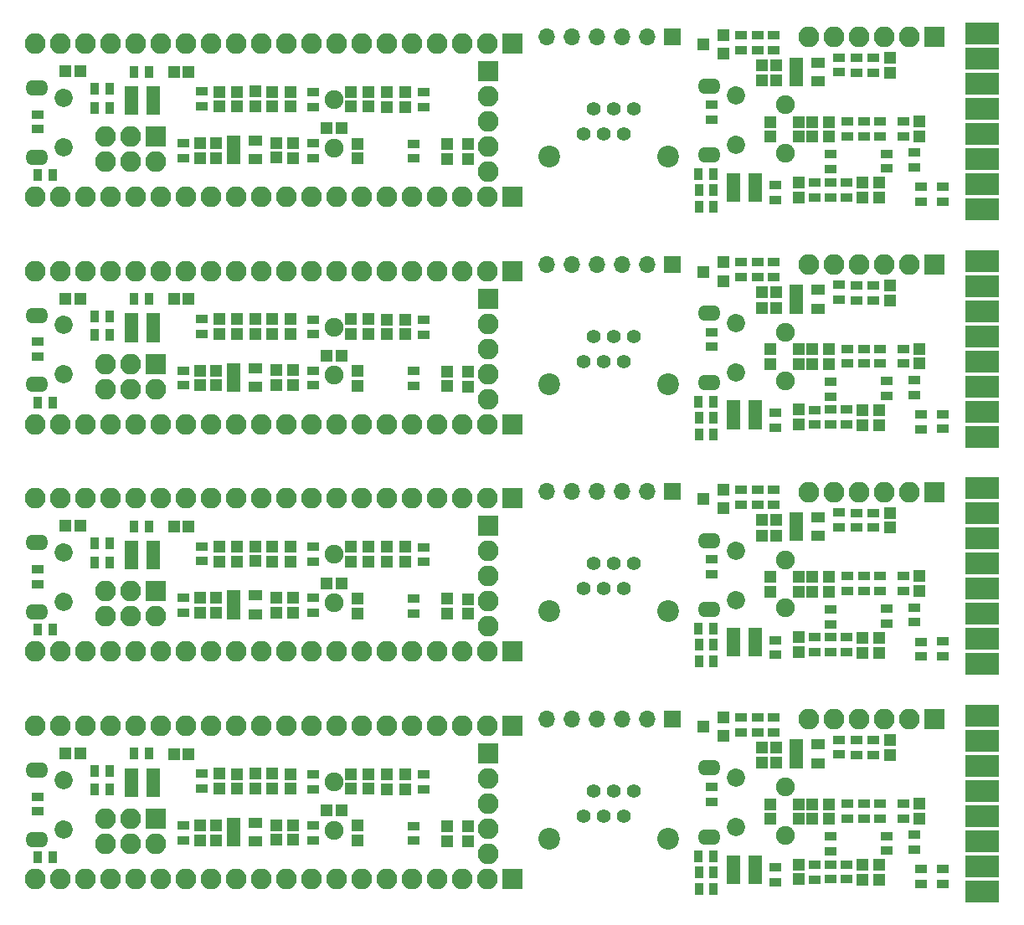
<source format=gbs>
%MOIN*%
%OFA0B0*%
%FSLAX46Y46*%
%IPPOS*%
%LPD*%
%ADD10C,0.0039370078740157488*%
%ADD11R,0.051181102362204731X0.035433070866141732*%
%ADD12C,0.072834645669291348*%
%ADD13O,0.0905511811023622X0.062992125984251982*%
%ADD14R,0.082677165354330714X0.082677165354330714*%
%ADD15O,0.082677165354330714X0.082677165354330714*%
%ADD16R,0.0452755905511811X0.047244094488188976*%
%ADD17R,0.05748031496062992X0.041338582677165357*%
%ADD18R,0.035433070866141732X0.051181102362204731*%
%ADD19R,0.051181102362204731X0.047244094488188976*%
%ADD20R,0.047244094488188976X0.0452755905511811*%
%ADD21C,0.074803149606299218*%
%ADD32C,0.0039370078740157488*%
%ADD33R,0.051181102362204731X0.035433070866141732*%
%ADD34C,0.072834645669291348*%
%ADD35O,0.0905511811023622X0.062992125984251982*%
%ADD36R,0.082677165354330714X0.082677165354330714*%
%ADD37O,0.082677165354330714X0.082677165354330714*%
%ADD38R,0.0452755905511811X0.047244094488188976*%
%ADD39R,0.05748031496062992X0.041338582677165357*%
%ADD40R,0.035433070866141732X0.051181102362204731*%
%ADD41R,0.051181102362204731X0.047244094488188976*%
%ADD42R,0.047244094488188976X0.0452755905511811*%
%ADD43C,0.074803149606299218*%
%ADD44C,0.0039370078740157488*%
%ADD45R,0.051181102362204731X0.035433070866141732*%
%ADD46C,0.072834645669291348*%
%ADD47O,0.0905511811023622X0.062992125984251982*%
%ADD48R,0.082677165354330714X0.082677165354330714*%
%ADD49O,0.082677165354330714X0.082677165354330714*%
%ADD50R,0.0452755905511811X0.047244094488188976*%
%ADD51R,0.05748031496062992X0.041338582677165357*%
%ADD52R,0.035433070866141732X0.051181102362204731*%
%ADD53R,0.051181102362204731X0.047244094488188976*%
%ADD54R,0.047244094488188976X0.0452755905511811*%
%ADD55C,0.074803149606299218*%
%ADD56C,0.0039370078740157488*%
%ADD57R,0.082677165354330714X0.082677165354330714*%
%ADD58O,0.082677165354330714X0.082677165354330714*%
%ADD59R,0.0452755905511811X0.047244094488188976*%
%ADD60C,0.072834645669291348*%
%ADD61O,0.0905511811023622X0.062992125984251982*%
%ADD62R,0.051181102362204731X0.035433070866141732*%
%ADD63R,0.035433070866141732X0.051181102362204731*%
%ADD64R,0.05748031496062992X0.041338582677165357*%
%ADD65C,0.074803149606299218*%
%ADD66R,0.047244094488188976X0.0452755905511811*%
%ADD67C,0.0039370078740157488*%
%ADD68R,0.082677165354330714X0.082677165354330714*%
%ADD69O,0.082677165354330714X0.082677165354330714*%
%ADD70R,0.0452755905511811X0.047244094488188976*%
%ADD71C,0.072834645669291348*%
%ADD72O,0.0905511811023622X0.062992125984251982*%
%ADD73R,0.051181102362204731X0.035433070866141732*%
%ADD74R,0.035433070866141732X0.051181102362204731*%
%ADD75R,0.05748031496062992X0.041338582677165357*%
%ADD76C,0.074803149606299218*%
%ADD77R,0.047244094488188976X0.0452755905511811*%
%ADD78C,0.0039370078740157488*%
%ADD79R,0.082677165354330714X0.082677165354330714*%
%ADD80O,0.082677165354330714X0.082677165354330714*%
%ADD81R,0.0452755905511811X0.047244094488188976*%
%ADD82C,0.072834645669291348*%
%ADD83O,0.0905511811023622X0.062992125984251982*%
%ADD84R,0.051181102362204731X0.035433070866141732*%
%ADD85R,0.035433070866141732X0.051181102362204731*%
%ADD86R,0.05748031496062992X0.041338582677165357*%
%ADD87C,0.074803149606299218*%
%ADD88R,0.047244094488188976X0.0452755905511811*%
%ADD89C,0.0039370078740157488*%
%ADD90R,0.082677165354330714X0.082677165354330714*%
%ADD91O,0.082677165354330714X0.082677165354330714*%
%ADD92R,0.0452755905511811X0.047244094488188976*%
%ADD93C,0.072834645669291348*%
%ADD94O,0.0905511811023622X0.062992125984251982*%
%ADD95R,0.051181102362204731X0.035433070866141732*%
%ADD96R,0.035433070866141732X0.051181102362204731*%
%ADD97R,0.05748031496062992X0.041338582677165357*%
%ADD98C,0.074803149606299218*%
%ADD99R,0.047244094488188976X0.0452755905511811*%
%ADD100C,0.0039370078740157488*%
%ADD101R,0.051181102362204731X0.035433070866141732*%
%ADD102C,0.072834645669291348*%
%ADD103O,0.0905511811023622X0.062992125984251982*%
%ADD104R,0.082677165354330714X0.082677165354330714*%
%ADD105O,0.082677165354330714X0.082677165354330714*%
%ADD106R,0.0452755905511811X0.047244094488188976*%
%ADD107R,0.05748031496062992X0.041338582677165357*%
%ADD108R,0.035433070866141732X0.051181102362204731*%
%ADD109R,0.051181102362204731X0.047244094488188976*%
%ADD110R,0.047244094488188976X0.0452755905511811*%
%ADD111C,0.074803149606299218*%
%ADD112C,0.0039370078740157488*%
%ADD113C,0.086614173228346469*%
%ADD114C,0.055118110236220472*%
%ADD115R,0.066929133858267723X0.066929133858267723*%
%ADD116O,0.066929133858267723X0.066929133858267723*%
%ADD117C,0.0039370078740157488*%
%ADD118C,0.086614173228346469*%
%ADD119C,0.055118110236220472*%
%ADD120R,0.066929133858267723X0.066929133858267723*%
%ADD121O,0.066929133858267723X0.066929133858267723*%
%ADD122C,0.0039370078740157488*%
%ADD123C,0.086614173228346469*%
%ADD124C,0.055118110236220472*%
%ADD125R,0.066929133858267723X0.066929133858267723*%
%ADD126O,0.066929133858267723X0.066929133858267723*%
%ADD127C,0.0039370078740157488*%
%ADD128C,0.086614173228346469*%
%ADD129C,0.055118110236220472*%
%ADD130R,0.066929133858267723X0.066929133858267723*%
%ADD131O,0.066929133858267723X0.066929133858267723*%
G01G01*
D10*
D11*
X0002677165Y0001811023D02*
X0003242716Y0001224803D03*
X0003242716Y0001165748D03*
X0003574803Y0001172834D03*
X0003574803Y0001231889D03*
X0003465354Y0001227559D03*
X0003465354Y0001168503D03*
D12*
X0002866937Y0001458661D03*
X0002866937Y0001261810D03*
D13*
X0002760637Y0001498031D03*
X0002760637Y0001222440D03*
D10*
G36*
X0003913385Y0001749212D02*
X0003913385Y0001662598D01*
X0003779527Y0001662598D01*
X0003779527Y0001749212D01*
X0003913385Y0001749212D01*
X0003913385Y0001749212D01*
G37*
G36*
X0003913385Y0001649212D02*
X0003913385Y0001562598D01*
X0003779527Y0001562598D01*
X0003779527Y0001649212D01*
X0003913385Y0001649212D01*
X0003913385Y0001649212D01*
G37*
G36*
X0003913385Y0001549212D02*
X0003913385Y0001462598D01*
X0003779527Y0001462598D01*
X0003779527Y0001549212D01*
X0003913385Y0001549212D01*
X0003913385Y0001549212D01*
G37*
G36*
X0003913385Y0001449212D02*
X0003913385Y0001362598D01*
X0003779527Y0001362598D01*
X0003779527Y0001449212D01*
X0003913385Y0001449212D01*
X0003913385Y0001449212D01*
G37*
G36*
X0003913385Y0001349212D02*
X0003913385Y0001262598D01*
X0003779527Y0001262598D01*
X0003779527Y0001349212D01*
X0003913385Y0001349212D01*
X0003913385Y0001349212D01*
G37*
G36*
X0003913385Y0001249212D02*
X0003913385Y0001162598D01*
X0003779527Y0001162598D01*
X0003779527Y0001249212D01*
X0003913385Y0001249212D01*
X0003913385Y0001249212D01*
G37*
G36*
X0003913385Y0001149212D02*
X0003913385Y0001062598D01*
X0003779527Y0001062598D01*
X0003779527Y0001149212D01*
X0003913385Y0001149212D01*
X0003913385Y0001149212D01*
G37*
G36*
X0003913385Y0001049212D02*
X0003913385Y0000962598D01*
X0003779527Y0000962598D01*
X0003779527Y0001049212D01*
X0003913385Y0001049212D01*
X0003913385Y0001049212D01*
G37*
D14*
X0003654937Y0001691826D03*
D15*
X0003554937Y0001691826D03*
X0003454937Y0001691826D03*
X0003354937Y0001691826D03*
X0003254937Y0001691826D03*
X0003154937Y0001691826D03*
D11*
X0003345275Y0001549212D03*
X0003345275Y0001608267D03*
X0003307937Y0001297637D03*
X0003307937Y0001356692D03*
D16*
X0003370866Y0001111417D03*
X0003370866Y0001052362D03*
X0003596937Y0001297637D03*
X0003596937Y0001356692D03*
X0003480314Y0001549212D03*
X0003480314Y0001608267D03*
X0003235937Y0001295299D03*
X0003235937Y0001354354D03*
D11*
X0003022440Y0001043307D03*
X0003022440Y0001102362D03*
X0003688224Y0001096608D03*
X0003688224Y0001037553D03*
X0003603291Y0001036338D03*
X0003603291Y0001095393D03*
D17*
X0002857086Y0001056299D03*
X0002857086Y0001093700D03*
X0002857086Y0001131102D03*
X0002943700Y0001131102D03*
X0002943700Y0001056299D03*
X0002943700Y0001093700D03*
D11*
X0003412992Y0001608267D03*
X0003412992Y0001549212D03*
X0003375937Y0001356692D03*
X0003375937Y0001297637D03*
X0003440937Y0001297637D03*
X0003440937Y0001356692D03*
X0003532677Y0001356692D03*
X0003532677Y0001297637D03*
X0003017173Y0001700259D03*
X0003017173Y0001641204D03*
X0003274409Y0001611023D03*
X0003274409Y0001551968D03*
X0002885173Y0001641204D03*
X0002885173Y0001700259D03*
X0002951173Y0001700259D03*
X0002951173Y0001641204D03*
X0002767937Y0001422881D03*
X0002767937Y0001363826D03*
D18*
X0002718133Y0001082708D03*
X0002777188Y0001082708D03*
X0002776244Y0001146708D03*
X0002717188Y0001146708D03*
X0002718133Y0001016708D03*
X0002777188Y0001016708D03*
D11*
X0003242716Y0001113763D03*
X0003242716Y0001054708D03*
X0003305716Y0001113763D03*
X0003305716Y0001054708D03*
X0003180716Y0001112763D03*
X0003180716Y0001053708D03*
D19*
X0002814960Y0001700787D03*
X0002814960Y0001625984D03*
X0002736220Y0001663385D03*
D16*
X0003168897Y0001294881D03*
X0003168897Y0001353937D03*
D20*
X0003027267Y0001581196D03*
X0002968212Y0001581196D03*
D16*
X0003114566Y0001354330D03*
X0003114566Y0001295275D03*
X0003001968Y0001294881D03*
X0003001968Y0001353937D03*
X0003114716Y0001054708D03*
X0003114716Y0001113763D03*
X0003434645Y0001111417D03*
X0003434645Y0001052362D03*
D21*
X0003062937Y0001229826D03*
X0003062937Y0001421952D03*
D20*
X0003027267Y0001518196D03*
X0002968212Y0001518196D03*
D17*
X0003105511Y0001516535D03*
X0003105511Y0001553937D03*
X0003105511Y0001591338D03*
X0003192125Y0001591338D03*
X0003192125Y0001516535D03*
G04 next file*
G04 Gerber Fmt 4.6, Leading zero omitted, Abs format (unit mm)*
G04 Created by KiCad (PCBNEW 4.0.7) date 11/15/17 17:48:19*
G01G01*
G04 APERTURE LIST*
G04 APERTURE END LIST*
D32*
D33*
X0002677165Y0002716535D02*
X0003242716Y0002130314D03*
X0003242716Y0002071259D03*
X0003574803Y0002078346D03*
X0003574803Y0002137401D03*
X0003465354Y0002133070D03*
X0003465354Y0002074015D03*
D34*
X0002866937Y0002364173D03*
X0002866937Y0002167322D03*
D35*
X0002760637Y0002403543D03*
X0002760637Y0002127952D03*
D32*
G36*
X0003913385Y0002654724D02*
X0003913385Y0002568110D01*
X0003779527Y0002568110D01*
X0003779527Y0002654724D01*
X0003913385Y0002654724D01*
X0003913385Y0002654724D01*
G37*
G36*
X0003913385Y0002554724D02*
X0003913385Y0002468110D01*
X0003779527Y0002468110D01*
X0003779527Y0002554724D01*
X0003913385Y0002554724D01*
X0003913385Y0002554724D01*
G37*
G36*
X0003913385Y0002454724D02*
X0003913385Y0002368110D01*
X0003779527Y0002368110D01*
X0003779527Y0002454724D01*
X0003913385Y0002454724D01*
X0003913385Y0002454724D01*
G37*
G36*
X0003913385Y0002354724D02*
X0003913385Y0002268110D01*
X0003779527Y0002268110D01*
X0003779527Y0002354724D01*
X0003913385Y0002354724D01*
X0003913385Y0002354724D01*
G37*
G36*
X0003913385Y0002254724D02*
X0003913385Y0002168110D01*
X0003779527Y0002168110D01*
X0003779527Y0002254724D01*
X0003913385Y0002254724D01*
X0003913385Y0002254724D01*
G37*
G36*
X0003913385Y0002154724D02*
X0003913385Y0002068110D01*
X0003779527Y0002068110D01*
X0003779527Y0002154724D01*
X0003913385Y0002154724D01*
X0003913385Y0002154724D01*
G37*
G36*
X0003913385Y0002054724D02*
X0003913385Y0001968110D01*
X0003779527Y0001968110D01*
X0003779527Y0002054724D01*
X0003913385Y0002054724D01*
X0003913385Y0002054724D01*
G37*
G36*
X0003913385Y0001954724D02*
X0003913385Y0001868110D01*
X0003779527Y0001868110D01*
X0003779527Y0001954724D01*
X0003913385Y0001954724D01*
X0003913385Y0001954724D01*
G37*
D36*
X0003654937Y0002597338D03*
D37*
X0003554937Y0002597338D03*
X0003454937Y0002597338D03*
X0003354937Y0002597338D03*
X0003254937Y0002597338D03*
X0003154937Y0002597338D03*
D33*
X0003345275Y0002454724D03*
X0003345275Y0002513779D03*
X0003307937Y0002203149D03*
X0003307937Y0002262204D03*
D38*
X0003370866Y0002016929D03*
X0003370866Y0001957874D03*
X0003596937Y0002203149D03*
X0003596937Y0002262204D03*
X0003480314Y0002454724D03*
X0003480314Y0002513779D03*
X0003235937Y0002200811D03*
X0003235937Y0002259866D03*
D33*
X0003022440Y0001948818D03*
X0003022440Y0002007874D03*
X0003688224Y0002002120D03*
X0003688224Y0001943064D03*
X0003603291Y0001941850D03*
X0003603291Y0002000905D03*
D39*
X0002857086Y0001961811D03*
X0002857086Y0001999212D03*
X0002857086Y0002036614D03*
X0002943700Y0002036614D03*
X0002943700Y0001961811D03*
X0002943700Y0001999212D03*
D33*
X0003412992Y0002513779D03*
X0003412992Y0002454724D03*
X0003375937Y0002262204D03*
X0003375937Y0002203149D03*
X0003440937Y0002203149D03*
X0003440937Y0002262204D03*
X0003532677Y0002262204D03*
X0003532677Y0002203149D03*
X0003017173Y0002605771D03*
X0003017173Y0002546716D03*
X0003274409Y0002516535D03*
X0003274409Y0002457480D03*
X0002885173Y0002546716D03*
X0002885173Y0002605771D03*
X0002951173Y0002605771D03*
X0002951173Y0002546716D03*
X0002767937Y0002328393D03*
X0002767937Y0002269338D03*
D40*
X0002718133Y0001988220D03*
X0002777188Y0001988220D03*
X0002776244Y0002052220D03*
X0002717188Y0002052220D03*
X0002718133Y0001922220D03*
X0002777188Y0001922220D03*
D33*
X0003242716Y0002019275D03*
X0003242716Y0001960220D03*
X0003305716Y0002019275D03*
X0003305716Y0001960220D03*
X0003180716Y0002018275D03*
X0003180716Y0001959220D03*
D41*
X0002814960Y0002606299D03*
X0002814960Y0002531496D03*
X0002736220Y0002568897D03*
D38*
X0003168897Y0002200393D03*
X0003168897Y0002259448D03*
D42*
X0003027267Y0002486708D03*
X0002968212Y0002486708D03*
D38*
X0003114566Y0002259842D03*
X0003114566Y0002200787D03*
X0003001968Y0002200393D03*
X0003001968Y0002259448D03*
X0003114716Y0001960220D03*
X0003114716Y0002019275D03*
X0003434645Y0002016929D03*
X0003434645Y0001957874D03*
D43*
X0003062937Y0002135338D03*
X0003062937Y0002327464D03*
D42*
X0003027267Y0002423708D03*
X0002968212Y0002423708D03*
D39*
X0003105511Y0002422047D03*
X0003105511Y0002459448D03*
X0003105511Y0002496850D03*
X0003192125Y0002496850D03*
X0003192125Y0002422047D03*
G04 next file*
G04 Gerber Fmt 4.6, Leading zero omitted, Abs format (unit mm)*
G04 Created by KiCad (PCBNEW 4.0.7) date 11/15/17 17:48:19*
G01G01*
G04 APERTURE LIST*
G04 APERTURE END LIST*
D44*
D45*
X0002677165Y0003622047D02*
X0003242716Y0003035826D03*
X0003242716Y0002976771D03*
X0003574803Y0002983858D03*
X0003574803Y0003042913D03*
X0003465354Y0003038582D03*
X0003465354Y0002979527D03*
D46*
X0002866937Y0003269685D03*
X0002866937Y0003072834D03*
D47*
X0002760637Y0003309055D03*
X0002760637Y0003033464D03*
D44*
G36*
X0003913385Y0003560236D02*
X0003913385Y0003473622D01*
X0003779527Y0003473622D01*
X0003779527Y0003560236D01*
X0003913385Y0003560236D01*
X0003913385Y0003560236D01*
G37*
G36*
X0003913385Y0003460236D02*
X0003913385Y0003373622D01*
X0003779527Y0003373622D01*
X0003779527Y0003460236D01*
X0003913385Y0003460236D01*
X0003913385Y0003460236D01*
G37*
G36*
X0003913385Y0003360236D02*
X0003913385Y0003273622D01*
X0003779527Y0003273622D01*
X0003779527Y0003360236D01*
X0003913385Y0003360236D01*
X0003913385Y0003360236D01*
G37*
G36*
X0003913385Y0003260236D02*
X0003913385Y0003173622D01*
X0003779527Y0003173622D01*
X0003779527Y0003260236D01*
X0003913385Y0003260236D01*
X0003913385Y0003260236D01*
G37*
G36*
X0003913385Y0003160236D02*
X0003913385Y0003073622D01*
X0003779527Y0003073622D01*
X0003779527Y0003160236D01*
X0003913385Y0003160236D01*
X0003913385Y0003160236D01*
G37*
G36*
X0003913385Y0003060236D02*
X0003913385Y0002973622D01*
X0003779527Y0002973622D01*
X0003779527Y0003060236D01*
X0003913385Y0003060236D01*
X0003913385Y0003060236D01*
G37*
G36*
X0003913385Y0002960236D02*
X0003913385Y0002873622D01*
X0003779527Y0002873622D01*
X0003779527Y0002960236D01*
X0003913385Y0002960236D01*
X0003913385Y0002960236D01*
G37*
G36*
X0003913385Y0002860236D02*
X0003913385Y0002773622D01*
X0003779527Y0002773622D01*
X0003779527Y0002860236D01*
X0003913385Y0002860236D01*
X0003913385Y0002860236D01*
G37*
D48*
X0003654937Y0003502850D03*
D49*
X0003554937Y0003502850D03*
X0003454937Y0003502850D03*
X0003354937Y0003502850D03*
X0003254937Y0003502850D03*
X0003154937Y0003502850D03*
D45*
X0003345275Y0003360236D03*
X0003345275Y0003419291D03*
X0003307937Y0003108661D03*
X0003307937Y0003167716D03*
D50*
X0003370866Y0002922440D03*
X0003370866Y0002863385D03*
X0003596937Y0003108661D03*
X0003596937Y0003167716D03*
X0003480314Y0003360236D03*
X0003480314Y0003419291D03*
X0003235937Y0003106322D03*
X0003235937Y0003165377D03*
D45*
X0003022440Y0002854330D03*
X0003022440Y0002913385D03*
X0003688224Y0002907631D03*
X0003688224Y0002848576D03*
X0003603291Y0002847362D03*
X0003603291Y0002906417D03*
D51*
X0002857086Y0002867322D03*
X0002857086Y0002904724D03*
X0002857086Y0002942125D03*
X0002943700Y0002942125D03*
X0002943700Y0002867322D03*
X0002943700Y0002904724D03*
D45*
X0003412992Y0003419291D03*
X0003412992Y0003360236D03*
X0003375937Y0003167716D03*
X0003375937Y0003108661D03*
X0003440937Y0003108661D03*
X0003440937Y0003167716D03*
X0003532677Y0003167716D03*
X0003532677Y0003108661D03*
X0003017173Y0003511283D03*
X0003017173Y0003452228D03*
X0003274409Y0003422047D03*
X0003274409Y0003362992D03*
X0002885173Y0003452228D03*
X0002885173Y0003511283D03*
X0002951173Y0003511283D03*
X0002951173Y0003452228D03*
X0002767937Y0003233905D03*
X0002767937Y0003174850D03*
D52*
X0002718133Y0002893732D03*
X0002777188Y0002893732D03*
X0002776244Y0002957732D03*
X0002717188Y0002957732D03*
X0002718133Y0002827732D03*
X0002777188Y0002827732D03*
D45*
X0003242716Y0002924787D03*
X0003242716Y0002865732D03*
X0003305716Y0002924787D03*
X0003305716Y0002865732D03*
X0003180716Y0002923787D03*
X0003180716Y0002864732D03*
D53*
X0002814960Y0003511811D03*
X0002814960Y0003437007D03*
X0002736220Y0003474409D03*
D50*
X0003168897Y0003105905D03*
X0003168897Y0003164960D03*
D54*
X0003027267Y0003392220D03*
X0002968212Y0003392220D03*
D50*
X0003114566Y0003165354D03*
X0003114566Y0003106299D03*
X0003001968Y0003105905D03*
X0003001968Y0003164960D03*
X0003114716Y0002865732D03*
X0003114716Y0002924787D03*
X0003434645Y0002922440D03*
X0003434645Y0002863385D03*
D55*
X0003062937Y0003040850D03*
X0003062937Y0003232976D03*
D54*
X0003027267Y0003329220D03*
X0002968212Y0003329220D03*
D51*
X0003105511Y0003327559D03*
X0003105511Y0003364960D03*
X0003105511Y0003402362D03*
X0003192125Y0003402362D03*
X0003192125Y0003327559D03*
G04 next file*
G04 Gerber Fmt 4.6, Leading zero omitted, Abs format (unit mm)*
G04 Created by KiCad (PCBNEW 4.0.7) date 11/16/17 18:48:10*
G01G01*
G04 APERTURE LIST*
G04 APERTURE END LIST*
D56*
D57*
X0000000000Y0000905511D02*
X0001880787Y0000650314D03*
D58*
X0001880787Y0000550314D03*
X0001880787Y0000450314D03*
X0001880787Y0000350314D03*
X0001880787Y0000250314D03*
D59*
X0001549685Y0000508976D03*
X0001549685Y0000568031D03*
D57*
X0000555511Y0000390551D03*
D58*
X0000555511Y0000290551D03*
X0000455511Y0000390551D03*
X0000455511Y0000290551D03*
X0000355511Y0000390551D03*
X0000355511Y0000290551D03*
D57*
X0001974488Y0000760551D03*
D58*
X0001874488Y0000760551D03*
X0001774488Y0000760551D03*
X0001674488Y0000760551D03*
X0001574488Y0000760551D03*
X0001474488Y0000760551D03*
X0001374488Y0000760551D03*
X0001274488Y0000760551D03*
X0001174488Y0000760551D03*
X0001074488Y0000760551D03*
X0000974488Y0000760551D03*
X0000874488Y0000760551D03*
X0000774488Y0000760551D03*
X0000674488Y0000760551D03*
X0000574488Y0000760551D03*
X0000474488Y0000760551D03*
X0000374488Y0000760551D03*
X0000274488Y0000760551D03*
X0000174488Y0000760551D03*
X0000074488Y0000760551D03*
D57*
X0001974488Y0000150314D03*
D58*
X0001874488Y0000150314D03*
X0001774488Y0000150314D03*
X0001674488Y0000150314D03*
X0001574488Y0000150314D03*
X0001474488Y0000150314D03*
X0001374488Y0000150314D03*
X0001274488Y0000150314D03*
X0001174488Y0000150314D03*
X0001074488Y0000150314D03*
X0000974488Y0000150314D03*
X0000874488Y0000150314D03*
X0000774488Y0000150314D03*
X0000674488Y0000150314D03*
X0000574488Y0000150314D03*
X0000474488Y0000150314D03*
X0000374488Y0000150314D03*
X0000274488Y0000150314D03*
X0000174488Y0000150314D03*
X0000074488Y0000150314D03*
D60*
X0000189055Y0000545196D03*
X0000189055Y0000348346D03*
D61*
X0000082755Y0000584566D03*
X0000082755Y0000308976D03*
D62*
X0000085511Y0000478661D03*
X0000085511Y0000419606D03*
D63*
X0000372125Y0000581023D03*
X0000313070Y0000581023D03*
X0000372125Y0000505826D03*
X0000313070Y0000505826D03*
D64*
X0000546535Y0000572362D03*
X0000546535Y0000534960D03*
X0000546535Y0000497559D03*
X0000459921Y0000497559D03*
X0000459921Y0000572362D03*
X0000459921Y0000534960D03*
D63*
X0000528031Y0000649133D03*
X0000468976Y0000649133D03*
D62*
X0000739055Y0000570000D03*
X0000739055Y0000510944D03*
D59*
X0000952834Y0000510551D03*
X0000952834Y0000569606D03*
X0000878818Y0000509370D03*
X0000878818Y0000568425D03*
X0001019370Y0000510157D03*
X0001019370Y0000569212D03*
X0000810708Y0000510157D03*
X0000810708Y0000569212D03*
X0001093385Y0000509763D03*
X0001093385Y0000568818D03*
D62*
X0001184330Y0000508188D03*
X0001184330Y0000567244D03*
D59*
X0001333543Y0000568818D03*
X0001333543Y0000509763D03*
X0001401653Y0000568818D03*
X0001401653Y0000509763D03*
X0001476456Y0000508976D03*
X0001476456Y0000568031D03*
D62*
X0001623700Y0000566850D03*
X0001623700Y0000507795D03*
D59*
X0001715433Y0000301889D03*
X0001715433Y0000360944D03*
D62*
X0001582362Y0000361732D03*
X0001582362Y0000302677D03*
X0001181574Y0000364094D03*
X0001181574Y0000305039D03*
D59*
X0001103228Y0000364881D03*
X0001103228Y0000305826D03*
X0001034724Y0000365275D03*
X0001034724Y0000306220D03*
D64*
X0000866220Y0000299921D03*
X0000866220Y0000337322D03*
X0000866220Y0000374724D03*
X0000952834Y0000374724D03*
X0000952834Y0000299921D03*
D59*
X0000796535Y0000364094D03*
X0000796535Y0000305039D03*
X0000731968Y0000305433D03*
X0000731968Y0000364488D03*
D62*
X0000665826Y0000364094D03*
X0000665826Y0000305039D03*
D65*
X0001265433Y0000345590D03*
X0001265433Y0000537716D03*
D66*
X0000628425Y0000648346D03*
X0000687480Y0000648346D03*
X0000255196Y0000650708D03*
X0000196141Y0000650708D03*
D59*
X0001798110Y0000300708D03*
X0001798110Y0000359763D03*
X0001359921Y0000362519D03*
X0001359921Y0000303464D03*
D66*
X0001236299Y0000422755D03*
X0001295354Y0000422755D03*
D63*
X0000086692Y0000237322D03*
X0000145748Y0000237322D03*
G04 next file*
G04 Gerber Fmt 4.6, Leading zero omitted, Abs format (unit mm)*
G04 Created by KiCad (PCBNEW 4.0.7) date 11/16/17 18:48:10*
G01G01*
G04 APERTURE LIST*
G04 APERTURE END LIST*
D67*
D68*
X0000000000Y0001811023D02*
X0001880787Y0001555826D03*
D69*
X0001880787Y0001455826D03*
X0001880787Y0001355826D03*
X0001880787Y0001255826D03*
X0001880787Y0001155826D03*
D70*
X0001549685Y0001414488D03*
X0001549685Y0001473543D03*
D68*
X0000555511Y0001296062D03*
D69*
X0000555511Y0001196062D03*
X0000455511Y0001296062D03*
X0000455511Y0001196062D03*
X0000355511Y0001296062D03*
X0000355511Y0001196062D03*
D68*
X0001974488Y0001666062D03*
D69*
X0001874488Y0001666062D03*
X0001774488Y0001666062D03*
X0001674488Y0001666062D03*
X0001574488Y0001666062D03*
X0001474488Y0001666062D03*
X0001374488Y0001666062D03*
X0001274488Y0001666062D03*
X0001174488Y0001666062D03*
X0001074488Y0001666062D03*
X0000974488Y0001666062D03*
X0000874488Y0001666062D03*
X0000774488Y0001666062D03*
X0000674488Y0001666062D03*
X0000574488Y0001666062D03*
X0000474488Y0001666062D03*
X0000374488Y0001666062D03*
X0000274488Y0001666062D03*
X0000174488Y0001666062D03*
X0000074488Y0001666062D03*
D68*
X0001974488Y0001055826D03*
D69*
X0001874488Y0001055826D03*
X0001774488Y0001055826D03*
X0001674488Y0001055826D03*
X0001574488Y0001055826D03*
X0001474488Y0001055826D03*
X0001374488Y0001055826D03*
X0001274488Y0001055826D03*
X0001174488Y0001055826D03*
X0001074488Y0001055826D03*
X0000974488Y0001055826D03*
X0000874488Y0001055826D03*
X0000774488Y0001055826D03*
X0000674488Y0001055826D03*
X0000574488Y0001055826D03*
X0000474488Y0001055826D03*
X0000374488Y0001055826D03*
X0000274488Y0001055826D03*
X0000174488Y0001055826D03*
X0000074488Y0001055826D03*
D71*
X0000189055Y0001450708D03*
X0000189055Y0001253858D03*
D72*
X0000082755Y0001490078D03*
X0000082755Y0001214488D03*
D73*
X0000085511Y0001384173D03*
X0000085511Y0001325118D03*
D74*
X0000372125Y0001486535D03*
X0000313070Y0001486535D03*
X0000372125Y0001411338D03*
X0000313070Y0001411338D03*
D75*
X0000546535Y0001477874D03*
X0000546535Y0001440472D03*
X0000546535Y0001403070D03*
X0000459921Y0001403070D03*
X0000459921Y0001477874D03*
X0000459921Y0001440472D03*
D74*
X0000528031Y0001554645D03*
X0000468976Y0001554645D03*
D73*
X0000739055Y0001475511D03*
X0000739055Y0001416456D03*
D70*
X0000952834Y0001416062D03*
X0000952834Y0001475118D03*
X0000878818Y0001414881D03*
X0000878818Y0001473937D03*
X0001019370Y0001415669D03*
X0001019370Y0001474724D03*
X0000810708Y0001415669D03*
X0000810708Y0001474724D03*
X0001093385Y0001415275D03*
X0001093385Y0001474330D03*
D73*
X0001184330Y0001413700D03*
X0001184330Y0001472755D03*
D70*
X0001333543Y0001474330D03*
X0001333543Y0001415275D03*
X0001401653Y0001474330D03*
X0001401653Y0001415275D03*
X0001476456Y0001414488D03*
X0001476456Y0001473543D03*
D73*
X0001623700Y0001472362D03*
X0001623700Y0001413307D03*
D70*
X0001715433Y0001207401D03*
X0001715433Y0001266456D03*
D73*
X0001582362Y0001267244D03*
X0001582362Y0001208188D03*
X0001181574Y0001269606D03*
X0001181574Y0001210551D03*
D70*
X0001103228Y0001270393D03*
X0001103228Y0001211338D03*
X0001034724Y0001270787D03*
X0001034724Y0001211732D03*
D75*
X0000866220Y0001205433D03*
X0000866220Y0001242834D03*
X0000866220Y0001280236D03*
X0000952834Y0001280236D03*
X0000952834Y0001205433D03*
D70*
X0000796535Y0001269606D03*
X0000796535Y0001210551D03*
X0000731968Y0001210944D03*
X0000731968Y0001269999D03*
D73*
X0000665826Y0001269606D03*
X0000665826Y0001210551D03*
D76*
X0001265433Y0001251102D03*
X0001265433Y0001443228D03*
D77*
X0000628425Y0001553858D03*
X0000687480Y0001553858D03*
X0000255196Y0001556220D03*
X0000196141Y0001556220D03*
D70*
X0001798110Y0001206220D03*
X0001798110Y0001265275D03*
X0001359921Y0001268031D03*
X0001359921Y0001208976D03*
D77*
X0001236299Y0001328267D03*
X0001295354Y0001328267D03*
D74*
X0000086692Y0001142834D03*
X0000145748Y0001142834D03*
G04 next file*
G04 Gerber Fmt 4.6, Leading zero omitted, Abs format (unit mm)*
G04 Created by KiCad (PCBNEW 4.0.7) date 11/16/17 18:48:10*
G01G01*
G04 APERTURE LIST*
G04 APERTURE END LIST*
D78*
D79*
X0000000000Y0002716535D02*
X0001880787Y0002461338D03*
D80*
X0001880787Y0002361338D03*
X0001880787Y0002261338D03*
X0001880787Y0002161338D03*
X0001880787Y0002061338D03*
D81*
X0001549685Y0002320000D03*
X0001549685Y0002379055D03*
D79*
X0000555511Y0002201574D03*
D80*
X0000555511Y0002101574D03*
X0000455511Y0002201574D03*
X0000455511Y0002101574D03*
X0000355511Y0002201574D03*
X0000355511Y0002101574D03*
D79*
X0001974488Y0002571574D03*
D80*
X0001874488Y0002571574D03*
X0001774488Y0002571574D03*
X0001674488Y0002571574D03*
X0001574488Y0002571574D03*
X0001474488Y0002571574D03*
X0001374488Y0002571574D03*
X0001274488Y0002571574D03*
X0001174488Y0002571574D03*
X0001074488Y0002571574D03*
X0000974488Y0002571574D03*
X0000874488Y0002571574D03*
X0000774488Y0002571574D03*
X0000674488Y0002571574D03*
X0000574488Y0002571574D03*
X0000474488Y0002571574D03*
X0000374488Y0002571574D03*
X0000274488Y0002571574D03*
X0000174488Y0002571574D03*
X0000074488Y0002571574D03*
D79*
X0001974488Y0001961338D03*
D80*
X0001874488Y0001961338D03*
X0001774488Y0001961338D03*
X0001674488Y0001961338D03*
X0001574488Y0001961338D03*
X0001474488Y0001961338D03*
X0001374488Y0001961338D03*
X0001274488Y0001961338D03*
X0001174488Y0001961338D03*
X0001074488Y0001961338D03*
X0000974488Y0001961338D03*
X0000874488Y0001961338D03*
X0000774488Y0001961338D03*
X0000674488Y0001961338D03*
X0000574488Y0001961338D03*
X0000474488Y0001961338D03*
X0000374488Y0001961338D03*
X0000274488Y0001961338D03*
X0000174488Y0001961338D03*
X0000074488Y0001961338D03*
D82*
X0000189055Y0002356220D03*
X0000189055Y0002159370D03*
D83*
X0000082755Y0002395590D03*
X0000082755Y0002120000D03*
D84*
X0000085511Y0002289685D03*
X0000085511Y0002230629D03*
D85*
X0000372125Y0002392047D03*
X0000313070Y0002392047D03*
X0000372125Y0002316850D03*
X0000313070Y0002316850D03*
D86*
X0000546535Y0002383385D03*
X0000546535Y0002345984D03*
X0000546535Y0002308582D03*
X0000459921Y0002308582D03*
X0000459921Y0002383385D03*
X0000459921Y0002345984D03*
D85*
X0000528031Y0002460157D03*
X0000468976Y0002460157D03*
D84*
X0000739055Y0002381023D03*
X0000739055Y0002321968D03*
D81*
X0000952834Y0002321574D03*
X0000952834Y0002380629D03*
X0000878818Y0002320393D03*
X0000878818Y0002379448D03*
X0001019370Y0002321181D03*
X0001019370Y0002380236D03*
X0000810708Y0002321181D03*
X0000810708Y0002380236D03*
X0001093385Y0002320787D03*
X0001093385Y0002379842D03*
D84*
X0001184330Y0002319212D03*
X0001184330Y0002378267D03*
D81*
X0001333543Y0002379842D03*
X0001333543Y0002320787D03*
X0001401653Y0002379842D03*
X0001401653Y0002320787D03*
X0001476456Y0002320000D03*
X0001476456Y0002379055D03*
D84*
X0001623700Y0002377873D03*
X0001623700Y0002318818D03*
D81*
X0001715433Y0002112913D03*
X0001715433Y0002171968D03*
D84*
X0001582362Y0002172755D03*
X0001582362Y0002113700D03*
X0001181574Y0002175118D03*
X0001181574Y0002116062D03*
D81*
X0001103228Y0002175905D03*
X0001103228Y0002116850D03*
X0001034724Y0002176299D03*
X0001034724Y0002117244D03*
D86*
X0000866220Y0002110944D03*
X0000866220Y0002148346D03*
X0000866220Y0002185748D03*
X0000952834Y0002185748D03*
X0000952834Y0002110944D03*
D81*
X0000796535Y0002175118D03*
X0000796535Y0002116062D03*
X0000731968Y0002116456D03*
X0000731968Y0002175511D03*
D84*
X0000665826Y0002175118D03*
X0000665826Y0002116062D03*
D87*
X0001265433Y0002156614D03*
X0001265433Y0002348740D03*
D88*
X0000628425Y0002459370D03*
X0000687480Y0002459370D03*
X0000255196Y0002461732D03*
X0000196141Y0002461732D03*
D81*
X0001798110Y0002111732D03*
X0001798110Y0002170787D03*
X0001359921Y0002173543D03*
X0001359921Y0002114488D03*
D88*
X0001236299Y0002233779D03*
X0001295354Y0002233779D03*
D85*
X0000086692Y0002048346D03*
X0000145748Y0002048346D03*
G04 next file*
G04 Gerber Fmt 4.6, Leading zero omitted, Abs format (unit mm)*
G04 Created by KiCad (PCBNEW 4.0.7) date 11/16/17 18:48:10*
G01G01*
G04 APERTURE LIST*
G04 APERTURE END LIST*
D89*
D90*
X0000000000Y0003622047D02*
X0001880787Y0003366850D03*
D91*
X0001880787Y0003266850D03*
X0001880787Y0003166850D03*
X0001880787Y0003066850D03*
X0001880787Y0002966850D03*
D92*
X0001549685Y0003225511D03*
X0001549685Y0003284566D03*
D90*
X0000555511Y0003107086D03*
D91*
X0000555511Y0003007086D03*
X0000455511Y0003107086D03*
X0000455511Y0003007086D03*
X0000355511Y0003107086D03*
X0000355511Y0003007086D03*
D90*
X0001974488Y0003477086D03*
D91*
X0001874488Y0003477086D03*
X0001774488Y0003477086D03*
X0001674488Y0003477086D03*
X0001574488Y0003477086D03*
X0001474488Y0003477086D03*
X0001374488Y0003477086D03*
X0001274488Y0003477086D03*
X0001174488Y0003477086D03*
X0001074488Y0003477086D03*
X0000974488Y0003477086D03*
X0000874488Y0003477086D03*
X0000774488Y0003477086D03*
X0000674488Y0003477086D03*
X0000574488Y0003477086D03*
X0000474488Y0003477086D03*
X0000374488Y0003477086D03*
X0000274488Y0003477086D03*
X0000174488Y0003477086D03*
X0000074488Y0003477086D03*
D90*
X0001974488Y0002866850D03*
D91*
X0001874488Y0002866850D03*
X0001774488Y0002866850D03*
X0001674488Y0002866850D03*
X0001574488Y0002866850D03*
X0001474488Y0002866850D03*
X0001374488Y0002866850D03*
X0001274488Y0002866850D03*
X0001174488Y0002866850D03*
X0001074488Y0002866850D03*
X0000974488Y0002866850D03*
X0000874488Y0002866850D03*
X0000774488Y0002866850D03*
X0000674488Y0002866850D03*
X0000574488Y0002866850D03*
X0000474488Y0002866850D03*
X0000374488Y0002866850D03*
X0000274488Y0002866850D03*
X0000174488Y0002866850D03*
X0000074488Y0002866850D03*
D93*
X0000189055Y0003261732D03*
X0000189055Y0003064881D03*
D94*
X0000082755Y0003301102D03*
X0000082755Y0003025511D03*
D95*
X0000085511Y0003195196D03*
X0000085511Y0003136141D03*
D96*
X0000372125Y0003297559D03*
X0000313070Y0003297559D03*
X0000372125Y0003222362D03*
X0000313070Y0003222362D03*
D97*
X0000546535Y0003288897D03*
X0000546535Y0003251496D03*
X0000546535Y0003214094D03*
X0000459921Y0003214094D03*
X0000459921Y0003288897D03*
X0000459921Y0003251496D03*
D96*
X0000528031Y0003365669D03*
X0000468976Y0003365669D03*
D95*
X0000739055Y0003286535D03*
X0000739055Y0003227480D03*
D92*
X0000952834Y0003227086D03*
X0000952834Y0003286141D03*
X0000878818Y0003225905D03*
X0000878818Y0003284960D03*
X0001019370Y0003226692D03*
X0001019370Y0003285748D03*
X0000810708Y0003226692D03*
X0000810708Y0003285748D03*
X0001093385Y0003226299D03*
X0001093385Y0003285354D03*
D95*
X0001184330Y0003224724D03*
X0001184330Y0003283779D03*
D92*
X0001333543Y0003285354D03*
X0001333543Y0003226299D03*
X0001401653Y0003285354D03*
X0001401653Y0003226299D03*
X0001476456Y0003225511D03*
X0001476456Y0003284566D03*
D95*
X0001623700Y0003283385D03*
X0001623700Y0003224330D03*
D92*
X0001715433Y0003018425D03*
X0001715433Y0003077480D03*
D95*
X0001582362Y0003078267D03*
X0001582362Y0003019212D03*
X0001181574Y0003080629D03*
X0001181574Y0003021574D03*
D92*
X0001103228Y0003081417D03*
X0001103228Y0003022362D03*
X0001034724Y0003081811D03*
X0001034724Y0003022755D03*
D97*
X0000866220Y0003016456D03*
X0000866220Y0003053858D03*
X0000866220Y0003091259D03*
X0000952834Y0003091259D03*
X0000952834Y0003016456D03*
D92*
X0000796535Y0003080629D03*
X0000796535Y0003021574D03*
X0000731968Y0003021968D03*
X0000731968Y0003081023D03*
D95*
X0000665826Y0003080629D03*
X0000665826Y0003021574D03*
D98*
X0001265433Y0003062125D03*
X0001265433Y0003254251D03*
D99*
X0000628425Y0003364881D03*
X0000687480Y0003364881D03*
X0000255196Y0003367244D03*
X0000196141Y0003367244D03*
D92*
X0001798110Y0003017244D03*
X0001798110Y0003076299D03*
X0001359921Y0003079055D03*
X0001359921Y0003020000D03*
D99*
X0001236299Y0003139291D03*
X0001295354Y0003139291D03*
D96*
X0000086692Y0002953858D03*
X0000145748Y0002953858D03*
G04 next file*
G04 Gerber Fmt 4.6, Leading zero omitted, Abs format (unit mm)*
G04 Created by KiCad (PCBNEW 4.0.7) date 11/15/17 17:48:19*
G01G01*
G04 APERTURE LIST*
G04 APERTURE END LIST*
D100*
D101*
X0002677165Y0000905511D02*
X0003242716Y0000319291D03*
X0003242716Y0000260236D03*
X0003574803Y0000267322D03*
X0003574803Y0000326377D03*
X0003465354Y0000322047D03*
X0003465354Y0000262992D03*
D102*
X0002866937Y0000553149D03*
X0002866937Y0000356299D03*
D103*
X0002760637Y0000592519D03*
X0002760637Y0000316929D03*
D100*
G36*
X0003913385Y0000843700D02*
X0003913385Y0000757086D01*
X0003779527Y0000757086D01*
X0003779527Y0000843700D01*
X0003913385Y0000843700D01*
X0003913385Y0000843700D01*
G37*
G36*
X0003913385Y0000743700D02*
X0003913385Y0000657086D01*
X0003779527Y0000657086D01*
X0003779527Y0000743700D01*
X0003913385Y0000743700D01*
X0003913385Y0000743700D01*
G37*
G36*
X0003913385Y0000643700D02*
X0003913385Y0000557086D01*
X0003779527Y0000557086D01*
X0003779527Y0000643700D01*
X0003913385Y0000643700D01*
X0003913385Y0000643700D01*
G37*
G36*
X0003913385Y0000543700D02*
X0003913385Y0000457086D01*
X0003779527Y0000457086D01*
X0003779527Y0000543700D01*
X0003913385Y0000543700D01*
X0003913385Y0000543700D01*
G37*
G36*
X0003913385Y0000443700D02*
X0003913385Y0000357086D01*
X0003779527Y0000357086D01*
X0003779527Y0000443700D01*
X0003913385Y0000443700D01*
X0003913385Y0000443700D01*
G37*
G36*
X0003913385Y0000343700D02*
X0003913385Y0000257086D01*
X0003779527Y0000257086D01*
X0003779527Y0000343700D01*
X0003913385Y0000343700D01*
X0003913385Y0000343700D01*
G37*
G36*
X0003913385Y0000243700D02*
X0003913385Y0000157086D01*
X0003779527Y0000157086D01*
X0003779527Y0000243700D01*
X0003913385Y0000243700D01*
X0003913385Y0000243700D01*
G37*
G36*
X0003913385Y0000143700D02*
X0003913385Y0000057086D01*
X0003779527Y0000057086D01*
X0003779527Y0000143700D01*
X0003913385Y0000143700D01*
X0003913385Y0000143700D01*
G37*
D104*
X0003654937Y0000786314D03*
D105*
X0003554937Y0000786314D03*
X0003454937Y0000786314D03*
X0003354937Y0000786314D03*
X0003254937Y0000786314D03*
X0003154937Y0000786314D03*
D101*
X0003345275Y0000643700D03*
X0003345275Y0000702755D03*
X0003307937Y0000392125D03*
X0003307937Y0000451181D03*
D106*
X0003370866Y0000205905D03*
X0003370866Y0000146850D03*
X0003596937Y0000392125D03*
X0003596937Y0000451181D03*
X0003480314Y0000643700D03*
X0003480314Y0000702755D03*
X0003235937Y0000389787D03*
X0003235937Y0000448842D03*
D101*
X0003022440Y0000137795D03*
X0003022440Y0000196850D03*
X0003688224Y0000191096D03*
X0003688224Y0000132041D03*
X0003603291Y0000130826D03*
X0003603291Y0000189881D03*
D107*
X0002857086Y0000150787D03*
X0002857086Y0000188188D03*
X0002857086Y0000225590D03*
X0002943700Y0000225590D03*
X0002943700Y0000150787D03*
X0002943700Y0000188188D03*
D101*
X0003412992Y0000702755D03*
X0003412992Y0000643700D03*
X0003375937Y0000451181D03*
X0003375937Y0000392125D03*
X0003440937Y0000392125D03*
X0003440937Y0000451181D03*
X0003532677Y0000451181D03*
X0003532677Y0000392125D03*
X0003017173Y0000794748D03*
X0003017173Y0000735692D03*
X0003274409Y0000705511D03*
X0003274409Y0000646456D03*
X0002885173Y0000735692D03*
X0002885173Y0000794748D03*
X0002951173Y0000794748D03*
X0002951173Y0000735692D03*
X0002767937Y0000517370D03*
X0002767937Y0000458314D03*
D108*
X0002718133Y0000177196D03*
X0002777188Y0000177196D03*
X0002776244Y0000241196D03*
X0002717188Y0000241196D03*
X0002718133Y0000111196D03*
X0002777188Y0000111196D03*
D101*
X0003242716Y0000208251D03*
X0003242716Y0000149196D03*
X0003305716Y0000208251D03*
X0003305716Y0000149196D03*
X0003180716Y0000207251D03*
X0003180716Y0000148196D03*
D109*
X0002814960Y0000795275D03*
X0002814960Y0000720472D03*
X0002736220Y0000757874D03*
D106*
X0003168897Y0000389370D03*
X0003168897Y0000448425D03*
D110*
X0003027267Y0000675685D03*
X0002968212Y0000675685D03*
D106*
X0003114566Y0000448818D03*
X0003114566Y0000389763D03*
X0003001968Y0000389370D03*
X0003001968Y0000448425D03*
X0003114716Y0000149196D03*
X0003114716Y0000208251D03*
X0003434645Y0000205905D03*
X0003434645Y0000146850D03*
D111*
X0003062937Y0000324314D03*
X0003062937Y0000516440D03*
D110*
X0003027267Y0000612685D03*
X0002968212Y0000612685D03*
D107*
X0003105511Y0000611023D03*
X0003105511Y0000648425D03*
X0003105511Y0000685826D03*
X0003192125Y0000685826D03*
X0003192125Y0000611023D03*
G04 next file*
G04 Gerber Fmt 4.6, Leading zero omitted, Abs format (unit mm)*
G04 Created by KiCad (PCBNEW 4.0.7) date 11/16/17 17:55:08*
G01G01*
G04 APERTURE LIST*
G04 APERTURE END LIST*
D112*
D113*
X0002047244Y0003622047D02*
X0002124015Y0003027165D03*
X0002596456Y0003027165D03*
D114*
X0002260236Y0003117716D03*
X0002300196Y0003217716D03*
X0002340157Y0003117716D03*
X0002380118Y0003217716D03*
X0002420078Y0003117716D03*
X0002460039Y0003217716D03*
D115*
X0002612204Y0003503937D03*
D116*
X0002512204Y0003503937D03*
X0002412204Y0003503937D03*
X0002312204Y0003503937D03*
X0002212204Y0003503937D03*
X0002112204Y0003503937D03*
G04 next file*
G04 Gerber Fmt 4.6, Leading zero omitted, Abs format (unit mm)*
G04 Created by KiCad (PCBNEW 4.0.7) date 11/16/17 17:55:08*
G01G01*
G04 APERTURE LIST*
G04 APERTURE END LIST*
D117*
D118*
X0002047244Y0002716535D02*
X0002124015Y0002121653D03*
X0002596456Y0002121653D03*
D119*
X0002260236Y0002212204D03*
X0002300196Y0002312204D03*
X0002340157Y0002212204D03*
X0002380118Y0002312204D03*
X0002420078Y0002212204D03*
X0002460039Y0002312204D03*
D120*
X0002612204Y0002598425D03*
D121*
X0002512204Y0002598425D03*
X0002412204Y0002598425D03*
X0002312204Y0002598425D03*
X0002212204Y0002598425D03*
X0002112204Y0002598425D03*
G04 next file*
G04 Gerber Fmt 4.6, Leading zero omitted, Abs format (unit mm)*
G04 Created by KiCad (PCBNEW 4.0.7) date 11/16/17 17:55:08*
G01G01*
G04 APERTURE LIST*
G04 APERTURE END LIST*
D122*
D123*
X0002047244Y0001811023D02*
X0002124015Y0001216141D03*
X0002596456Y0001216141D03*
D124*
X0002260236Y0001306692D03*
X0002300196Y0001406692D03*
X0002340157Y0001306692D03*
X0002380118Y0001406692D03*
X0002420078Y0001306692D03*
X0002460039Y0001406692D03*
D125*
X0002612204Y0001692913D03*
D126*
X0002512204Y0001692913D03*
X0002412204Y0001692913D03*
X0002312204Y0001692913D03*
X0002212204Y0001692913D03*
X0002112204Y0001692913D03*
G04 next file*
G04 Gerber Fmt 4.6, Leading zero omitted, Abs format (unit mm)*
G04 Created by KiCad (PCBNEW 4.0.7) date 11/16/17 17:55:08*
G01G01*
G04 APERTURE LIST*
G04 APERTURE END LIST*
D127*
D128*
X0002047244Y0000905511D02*
X0002124015Y0000310629D03*
X0002596456Y0000310629D03*
D129*
X0002260236Y0000401181D03*
X0002300196Y0000501181D03*
X0002340157Y0000401181D03*
X0002380118Y0000501181D03*
X0002420078Y0000401181D03*
X0002460039Y0000501181D03*
D130*
X0002612204Y0000787401D03*
D131*
X0002512204Y0000787401D03*
X0002412204Y0000787401D03*
X0002312204Y0000787401D03*
X0002212204Y0000787401D03*
X0002112204Y0000787401D03*
M02*
</source>
